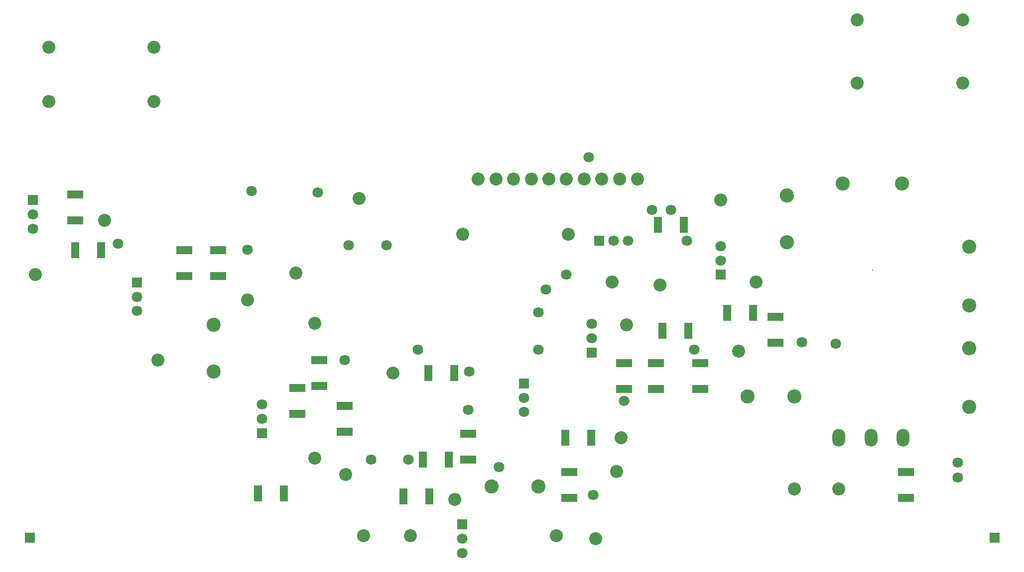
<source format=gts>
G04 Layer_Color=8388736*
%FSLAX44Y44*%
%MOMM*%
G71*
G01*
G75*
%ADD23R,1.4032X2.8032*%
%ADD24R,2.8032X1.4032*%
%ADD25C,2.2032*%
%ADD26R,1.8032X1.8032*%
%ADD27C,0.2032*%
%ADD28C,2.4032*%
%ADD29C,1.8032*%
%ADD30R,1.8032X1.8032*%
%ADD31O,2.2032X3.0032*%
D23*
X1187000Y607500D02*
D03*
X1143000D02*
D03*
X1304500Y457500D02*
D03*
X1260500D02*
D03*
X985500Y245000D02*
D03*
X1029500D02*
D03*
X787000Y207500D02*
D03*
X743000D02*
D03*
X1194500Y427500D02*
D03*
X1150500D02*
D03*
X152500Y564500D02*
D03*
X196500D02*
D03*
X463000Y150000D02*
D03*
X507000D02*
D03*
X754500Y145000D02*
D03*
X710500D02*
D03*
X797000Y355000D02*
D03*
X753000D02*
D03*
D24*
X1215000Y328000D02*
D03*
Y372000D02*
D03*
X1565000Y187000D02*
D03*
Y143000D02*
D03*
X1140000Y328000D02*
D03*
Y372000D02*
D03*
X992500Y143000D02*
D03*
Y187000D02*
D03*
X820000Y252000D02*
D03*
Y208000D02*
D03*
X395000Y564500D02*
D03*
Y520500D02*
D03*
X567500Y377000D02*
D03*
Y333000D02*
D03*
X1342500Y450804D02*
D03*
Y406804D02*
D03*
X152500Y659500D02*
D03*
Y615500D02*
D03*
X1085000Y372000D02*
D03*
Y328000D02*
D03*
X337500Y520500D02*
D03*
Y564500D02*
D03*
X530000Y329500D02*
D03*
Y285500D02*
D03*
X610000Y299500D02*
D03*
Y255500D02*
D03*
D25*
X811440Y591230D02*
D03*
X990510D02*
D03*
X1146304Y505000D02*
D03*
X1065000Y510000D02*
D03*
X1280000Y392500D02*
D03*
X286570Y817500D02*
D03*
X107500Y817500D02*
D03*
X1072500Y187500D02*
D03*
X1037500Y73100D02*
D03*
X692500Y355000D02*
D03*
X560000Y440000D02*
D03*
X970000Y78100D02*
D03*
X445000Y480000D02*
D03*
X560000Y210070D02*
D03*
X1090000Y437500D02*
D03*
X1450400Y157500D02*
D03*
X722500Y78100D02*
D03*
X1310000Y510000D02*
D03*
X202500Y615500D02*
D03*
X1375000Y157500D02*
D03*
X642500Y78100D02*
D03*
X1080000Y245000D02*
D03*
X797500Y140000D02*
D03*
X1250000Y650000D02*
D03*
X292500Y377500D02*
D03*
X85000Y522500D02*
D03*
X107500Y910000D02*
D03*
X286570D02*
D03*
X1661060Y956270D02*
D03*
X1481990D02*
D03*
X837500Y685000D02*
D03*
X867500D02*
D03*
X927500D02*
D03*
X897500D02*
D03*
X1017500D02*
D03*
X1047500D02*
D03*
X987500D02*
D03*
X957500D02*
D03*
X1077500D02*
D03*
X1108010D02*
D03*
X1661060Y848770D02*
D03*
X1481990D02*
D03*
X635000Y652500D02*
D03*
X527500Y525000D02*
D03*
X612500Y182500D02*
D03*
D26*
X1715000Y75000D02*
D03*
X75000D02*
D03*
X1043100Y580000D02*
D03*
D27*
X1507500Y530000D02*
D03*
D28*
X1375000Y315000D02*
D03*
X1295000D02*
D03*
X940000Y162500D02*
D03*
X860000D02*
D03*
X1672500Y297500D02*
D03*
Y397500D02*
D03*
X387500Y437500D02*
D03*
Y357500D02*
D03*
X1672500Y470000D02*
D03*
Y570000D02*
D03*
X1362500Y577500D02*
D03*
Y657500D02*
D03*
X1557500Y677500D02*
D03*
X1457500D02*
D03*
D29*
X810000Y48700D02*
D03*
Y73100D02*
D03*
X1250000Y571300D02*
D03*
Y546900D02*
D03*
X1067500Y580000D02*
D03*
X1091900D02*
D03*
X1030000Y438800D02*
D03*
Y414400D02*
D03*
X915000Y313100D02*
D03*
Y288700D02*
D03*
X470000Y277500D02*
D03*
Y301900D02*
D03*
X257500Y460600D02*
D03*
Y485000D02*
D03*
X80000Y625000D02*
D03*
Y600600D02*
D03*
X940000Y395000D02*
D03*
Y458800D02*
D03*
X1652500Y202900D02*
D03*
Y177500D02*
D03*
X655000Y207500D02*
D03*
X718800D02*
D03*
X681300Y572500D02*
D03*
X617500D02*
D03*
X565000Y662500D02*
D03*
X452500Y665000D02*
D03*
X1025000Y722500D02*
D03*
X1165000Y632500D02*
D03*
X1445000Y405000D02*
D03*
X1387500Y407500D02*
D03*
X1132500Y632500D02*
D03*
X1192500Y580000D02*
D03*
X1205000Y395000D02*
D03*
X987500Y522500D02*
D03*
X1032500Y147500D02*
D03*
X872500Y195000D02*
D03*
X952500Y497500D02*
D03*
X735000Y395000D02*
D03*
X822500Y357500D02*
D03*
X820000Y292500D02*
D03*
X610000Y377500D02*
D03*
X1085000Y307500D02*
D03*
X445000Y565000D02*
D03*
X225000Y575000D02*
D03*
D30*
X810000Y97500D02*
D03*
X1250000Y522500D02*
D03*
X1030000Y390000D02*
D03*
X915000Y337500D02*
D03*
X470000Y253100D02*
D03*
X257500Y509400D02*
D03*
X80000Y649400D02*
D03*
D31*
X1559600Y245000D02*
D03*
X1505000D02*
D03*
X1450400D02*
D03*
M02*

</source>
